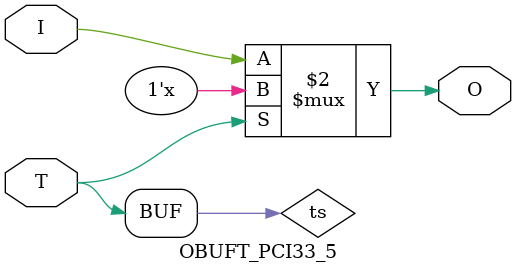
<source format=v>

/*

FUNCTION    : TRI-STATE OUTPUT BUFFER

*/

`celldefine
`timescale  100 ps / 10 ps

module OBUFT_PCI33_5 (O, I, T);

    output O;

    input  I, T;

    or O1 (ts, 1'b0, T);
    bufif0 T1 (O, I, ts);

endmodule

</source>
